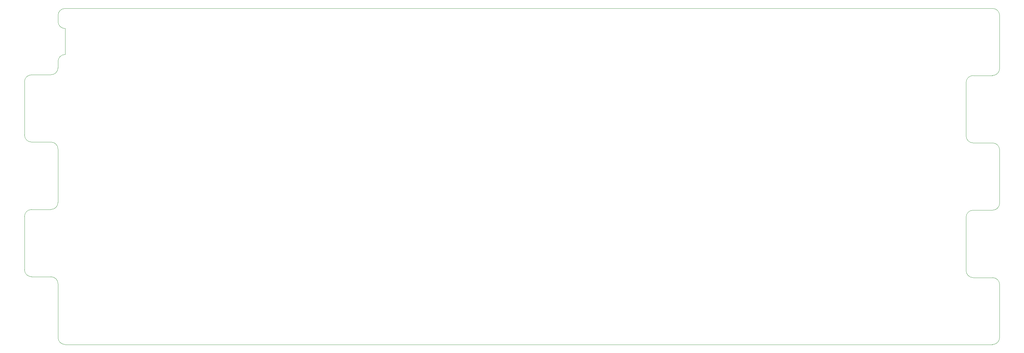
<source format=gbr>
G04 #@! TF.GenerationSoftware,KiCad,Pcbnew,(5.1.5-0-10_14)*
G04 #@! TF.CreationDate,2019-12-14T19:49:10-08:00*
G04 #@! TF.ProjectId,Planck_S_01,506c616e-636b-45f5-935f-30312e6b6963,rev?*
G04 #@! TF.SameCoordinates,Original*
G04 #@! TF.FileFunction,Profile,NP*
%FSLAX46Y46*%
G04 Gerber Fmt 4.6, Leading zero omitted, Abs format (unit mm)*
G04 Created by KiCad (PCBNEW (5.1.5-0-10_14)) date 2019-12-14 19:49:10*
%MOMM*%
%LPD*%
G04 APERTURE LIST*
%ADD10C,0.050000*%
G04 APERTURE END LIST*
D10*
X65550000Y-143300000D02*
G75*
G02X63550000Y-141300000I0J2000000D01*
G01*
X63550000Y-103050000D02*
G75*
G02X61550000Y-105050000I-2000000J0D01*
G01*
X63550000Y-87950000D02*
X63550000Y-103050000D01*
X54050000Y-107050000D02*
X54050000Y-122100000D01*
X54050000Y-107050000D02*
G75*
G02X56050000Y-105050000I2000000J0D01*
G01*
X61550000Y-105050000D02*
X56050000Y-105050000D01*
X63550000Y-126100000D02*
X63550000Y-141300000D01*
X63550000Y-126100000D02*
G75*
G03X61550000Y-124100000I-2000000J0D01*
G01*
X54050000Y-122100000D02*
G75*
G03X56050000Y-124100000I2000000J0D01*
G01*
X63550000Y-87950000D02*
G75*
G03X61550000Y-85950000I-2000000J0D01*
G01*
X56050000Y-124100000D02*
X61550000Y-124100000D01*
X54050000Y-68900000D02*
X54050000Y-83950000D01*
X54050000Y-68900000D02*
G75*
G02X56050000Y-66900000I2000000J0D01*
G01*
X61550000Y-66900000D02*
X56050000Y-66900000D01*
X54050000Y-83950000D02*
G75*
G03X56050000Y-85950000I2000000J0D01*
G01*
X56050000Y-85950000D02*
X61550000Y-85950000D01*
X65550000Y-53800000D02*
X65550000Y-61150000D01*
X63550625Y-63199984D02*
X63550000Y-64900000D01*
X63550625Y-63199984D02*
G75*
G02X65550000Y-61150000I1999375J49984D01*
G01*
X61550000Y-66900000D02*
G75*
G03X63550000Y-64900000I0J2000000D01*
G01*
X65550000Y-143300000D02*
X328200000Y-143300000D01*
X328200000Y-143300000D02*
G75*
G03X330200000Y-141300000I0J2000000D01*
G01*
X330200000Y-141300000D02*
X330200000Y-126350000D01*
X65550000Y-53800000D02*
G75*
G02X63550000Y-51800000I0J2000000D01*
G01*
X63550625Y-50149984D02*
G75*
G02X65550000Y-48100000I1999375J49984D01*
G01*
X63550625Y-50149984D02*
X63550000Y-51800000D01*
X328200000Y-105250000D02*
X322700000Y-105250000D01*
X320700000Y-122350000D02*
G75*
G03X322700000Y-124350000I2000000J0D01*
G01*
X320700000Y-107250000D02*
X320700000Y-122350000D01*
X330200000Y-126350000D02*
G75*
G03X328200000Y-124350000I-2000000J0D01*
G01*
X322700000Y-124350000D02*
X328200000Y-124350000D01*
X330200000Y-103250000D02*
G75*
G02X328200000Y-105250000I-2000000J0D01*
G01*
X320700000Y-107250000D02*
G75*
G02X322700000Y-105250000I2000000J0D01*
G01*
X330200000Y-88200000D02*
X330200000Y-103250000D01*
X322700000Y-86200000D02*
X328200000Y-86200000D01*
X320700000Y-84200000D02*
G75*
G03X322700000Y-86200000I2000000J0D01*
G01*
X330200000Y-88200000D02*
G75*
G03X328200000Y-86200000I-2000000J0D01*
G01*
X320700000Y-69100000D02*
G75*
G02X322700000Y-67100000I2000000J0D01*
G01*
X330200000Y-65100000D02*
G75*
G02X328200000Y-67100000I-2000000J0D01*
G01*
X328200000Y-67100000D02*
X322700000Y-67100000D01*
X328200000Y-48100000D02*
G75*
G02X330200000Y-50100000I0J-2000000D01*
G01*
X320700000Y-69100000D02*
X320700000Y-84200000D01*
X330200000Y-50100000D02*
X330200000Y-65100000D01*
X65550000Y-48100000D02*
X328200000Y-48100000D01*
M02*

</source>
